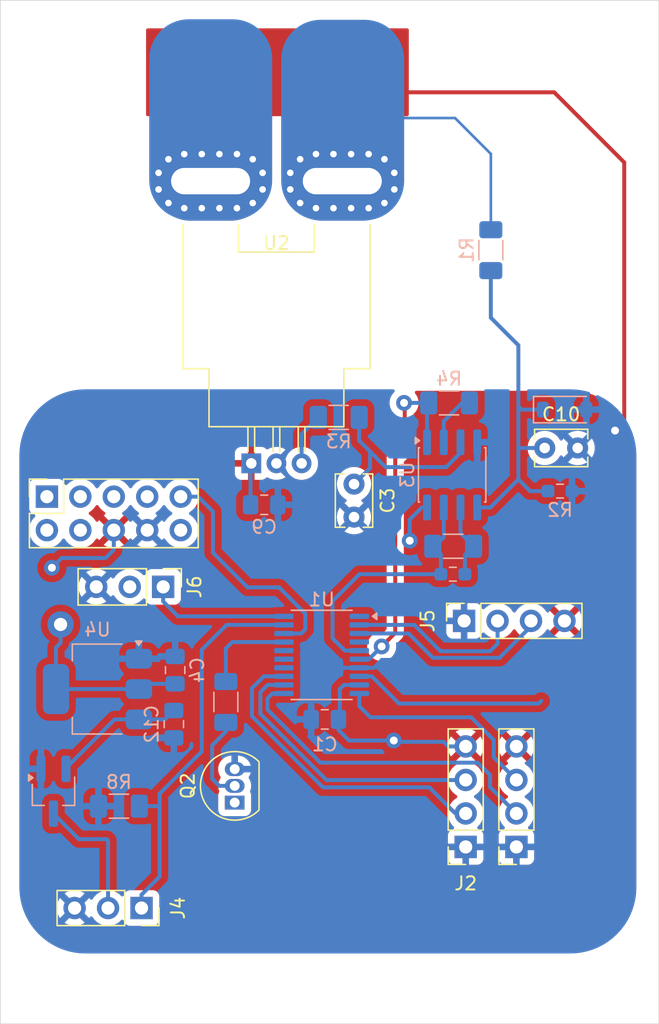
<source format=kicad_pcb>
(kicad_pcb (version 20241229) (generator "pcbnew") (generator_version "9.0")
  (layers (0 "F.Cu" signal) (2 "B.Cu" signal) (13 "F.Paste" user) (15 "B.Paste" user) (5 "F.SilkS" user "F.Silkscreen") (7 "B.SilkS" user "B.Silkscreen") (1 "F.Mask" user) (3 "B.Mask" user) (25 "Edge.Cuts" user))
  (net 0 "")
  (net 1 "unconnected-(J1-Pin_5-Pad5)")
  (net 3 "/SWCLK_linker")
  (net 4 "GND")
  (net 5 "/SWDIO_linker")
  (net 7 "/3V3_linker")
  (net 8 "/RX_linker")
  (net 9 "+5V")
  (net 10 "/TX_linker")
  (net 11 "/USART_TX")
  (net 13 "/USART_RX")
  (net 15 "/HX711_2_SCK")
  (net 16 "Net-(U3A-+)")
  (net 17 "/ADC_2")
  (net 18 "/HX711_1_DT")
  (net 19 "/HX711_1_SCK")
  (net 20 "/RPM_int")
  (net 21 "/ADC_1")
  (net 22 "/HX711_2_DT")
  (net 23 "/ESC_OUT")
  (net 24 "Net-(Q1-S)")
  (net 25 "/1_non_inverting")
  (net 26 "/IP+")
  (net 27 "/VIOUT")
  (net 28 "/IP-")
  (net 29 "/V_recep")
  (net 30 "/Throttle")
  (net 32 "/Error_Code")
  (net 33 "Net-(U3A--)")
  (net 34 "Net-(U3B--)")
  (net 35 "/I2C_SCL")
  (net 36 "/I2C_SDA")
  (net 38 "Net-(BZ1--)")
  (net 39 "Net-(Q2-B)")
  (footprint "Connector_PinSocket_2.54mm:PinSocket_1x04_P2.54mm_Vertical" (layer "F.Cu") (at 85.11 113.57 180)
    (property "Reference" "J3" (hide yes))
    (property "Value" "Tração")
    (fp_line (start 1.33 1.27) (end 1.33 8.95) (stroke (width 0.12)) (layer "F.SilkS"))
    (fp_line (start 1.33 -1.33) (end 1.33 0) (stroke (width 0.12)) (layer "F.SilkS"))
    (fp_line (start 0 -1.33) (end 1.33 -1.33) (stroke (width 0.12)) (layer "F.SilkS"))
    (fp_line (start -1.33 8.95) (end 1.33 8.95) (stroke (width 0.12)) (layer "F.SilkS"))
    (fp_line (start -1.33 1.27) (end 1.33 1.27) (stroke (width 0.12)) (layer "F.SilkS"))
    (fp_line (start -1.33 1.27) (end -1.33 8.95) (stroke (width 0.12)) (layer "F.SilkS"))
    (pad "1" thru_hole rect (at 0 0 180) (size 1.7 1.7) (drill 1) (layers "*.Cu" "*.Mask") (net 4 "GND"))
    (pad "2" thru_hole circle (at 0 2.54 180) (size 1.7 1.7) (drill 1) (layers "*.Cu" "*.Mask") (net 18 "/HX711_1_DT"))
    (pad "3" thru_hole circle (at 0 5.08 180) (size 1.7 1.7) (drill 1) (layers "*.Cu" "*.Mask") (net 19 "/HX711_1_SCK"))
    (pad "4" thru_hole circle (at 0 7.62 180) (size 1.7 1.7) (drill 1) (layers "*.Cu" "*.Mask") (net 9 "+5V"))
  )
  (footprint "Connector_PinHeader_2.54mm:PinHeader_1x03_P2.54mm_Vertical" (layer "F.Cu") (at 58.29 93.85 -90)
    (property "Reference" "J6" (at 0 -2.38 90) (layer "F.SilkS"))
    (property "Value" "ESC")
    (fp_line (start -1.38 6.46) (end 1.38 6.46) (stroke (width 0.12)) (layer "F.SilkS"))
    (fp_line (start -1.38 1.27) (end -1.38 6.46) (stroke (width 0.12)) (layer "F.SilkS"))
    (fp_line (start -1.38 1.27) (end 1.38 1.27) (stroke (width 0.12)) (layer "F.SilkS"))
    (fp_line (start 1.38 1.27) (end 1.38 6.46) (stroke (width 0.12)) (layer "F.SilkS"))
    (fp_line (start -1.38 0) (end -1.38 -1.38) (stroke (width 0.12)) (layer "F.SilkS"))
    (fp_line (start -1.38 -1.38) (end 0 -1.38) (stroke (width 0.12)) (layer "F.SilkS"))
    (pad "1" thru_hole rect (at 0 0 270) (size 1.7 1.7) (drill 1) (layers "*.Cu" "*.Mask") (net 23 "/ESC_OUT"))
    (pad "2" thru_hole circle (at 0 2.54 270) (size 1.7 1.7) (drill 1) (layers "*.Cu" "*.Mask"))
    (pad "3" thru_hole circle (at 0 5.08 270) (size 1.7 1.7) (drill 1) (layers "*.Cu" "*.Mask") (net 4 "GND"))
  )
  (footprint "Connector_PinSocket_2.54mm:PinSocket_1x03_P2.54mm_Vertical" (layer "F.Cu") (at 56.645 118.205 -90)
    (property "Reference" "J4" (at 0 -2.77 90) (layer "F.SilkS"))
    (property "Value" "ThrottleReceptor" (hide yes))
    (fp_line (start -1.33 6.41) (end 1.33 6.41) (stroke (width 0.12)) (layer "F.SilkS"))
    (fp_line (start -1.33 1.27) (end -1.33 6.41) (stroke (width 0.12)) (layer "F.SilkS"))
    (fp_line (start -1.33 1.27) (end 1.33 1.27) (stroke (width 0.12)) (layer "F.SilkS"))
    (fp_line (start 1.33 1.27) (end 1.33 6.41) (stroke (width 0.12)) (layer "F.SilkS"))
    (fp_line (start 0 -1.33) (end 1.33 -1.33) (stroke (width 0.12)) (layer "F.SilkS"))
    (fp_line (start 1.33 -1.33) (end 1.33 0) (stroke (width 0.12)) (layer "F.SilkS"))
    (pad "1" thru_hole rect (at 0 0 270) (size 1.7 1.7) (drill 1) (layers "*.Cu" "*.Mask") (net 30 "/Throttle"))
    (pad "2" thru_hole circle (at 0 2.54 270) (size 1.7 1.7) (drill 1) (layers "*.Cu" "*.Mask") (net 29 "/V_recep"))
    (pad "3" thru_hole circle (at 0 5.08 270) (size 1.7 1.7) (drill 1) (layers "*.Cu" "*.Mask") (net 4 "GND"))
  )
  (footprint "Sensor_Current:Allegro_CB_PFF" (layer "F.Cu") (at 64.98 84.485)
    (property "Reference" "U2" (at 1.91 -16.7 0) (layer "F.SilkS"))
    (property "Value" "ACS758xCB-100U-PFF")
    (fp_line (start -5.21 -7.18) (end -5.21 -18.1) (stroke (width 0.12)) (layer "F.SilkS"))
    (fp_line (start -3.21 -7.18) (end -5.21 -7.18) (stroke (width 0.12)) (layer "F.SilkS"))
    (fp_line (start -3.21 -2.78) (end -3.21 -7.18) (stroke (width 0.12)) (layer "F.SilkS"))
    (fp_line (start -0.97 -16.02) (end -0.97 -18.1) (stroke (width 0.12)) (layer "F.SilkS"))
    (fp_line (start -0.97 -16.02) (end 4.79 -16.02) (stroke (width 0.12)) (layer "F.SilkS"))
    (fp_line (start -0.255 -2.78) (end -0.255 -0.9) (stroke (width 0.12)) (layer "F.SilkS"))
    (fp_line (start 0.255 -2.78) (end 0.255 -0.9) (stroke (width 0.12)) (layer "F.SilkS"))
    (fp_line (start 1.655 -2.78) (end 1.655 -0.9) (stroke (width 0.12)) (layer "F.SilkS"))
    (fp_line (start 2.165 -2.78) (end 2.165 -0.9) (stroke (width 0.12)) (layer "F.SilkS"))
    (fp_line (start 3.565 -2.78) (end 3.565 -0.9) (stroke (width 0.12)) (layer "F.SilkS"))
    (fp_line (start 4.075 -2.78) (end 4.075 -0.9) (stroke (width 0.12)) (layer "F.SilkS"))
    (fp_line (start 4.79 -16.02) (end 4.79 -18.1) (stroke (width 0.12)) (layer "F.SilkS"))
    (fp_line (start 7.03 -7.18) (end 9.03 -7.18) (stroke (width 0.12)) (layer "F.SilkS"))
    (fp_line (start 7.03 -2.78) (end -3.21 -2.78) (stroke (width 0.12)) (layer "F.SilkS"))
    (fp_line (start 7.03 -2.78) (end 7.03 -7.18) (stroke (width 0.12)) (layer "F.SilkS"))
    (fp_line (start 9.03 -7.18) (end 9.03 -18.1) (stroke (width 0.12)) (layer "F.SilkS"))
    (pad "1" thru_hole rect (at 0 0) (size 1.5 1.5) (drill 0.8) (layers "*.Cu" "*.Mask") (net 9 "+5V"))
    (pad "2" thru_hole circle (at 1.91 0) (size 1.5 1.5) (drill 0.8) (layers "*.Cu" "*.Mask") (net 4 "GND"))
    (pad "3" thru_hole circle (at 3.82 0) (size 1.5 1.5) (drill 0.8) (layers "*.Cu" "*.Mask") (net 27 "/VIOUT"))
    (pad "4" thru_hole oval (at 2.96 -22.03 65) (size 0.8 0.8) (drill 0.5) (layers "*.Cu" "*.Mask") (net 26 "/IP+"))
    (pad "4" thru_hole oval (at 2.96 -20.77 295) (size 0.8 0.8) (drill 0.5) (layers "*.Cu" "*.Mask") (net 26 "/IP+"))
    (pad "4" thru_hole circle (at 3.71 -23.06) (size 0.8 0.8) (drill 0.5) (layers "*.Cu" "*.Mask") (net 26 "/IP+"))
    (pad "4" thru_hole circle (at 3.71 -19.74) (size 0.8 0.8) (drill 0.5) (layers "*.Cu" "*.Mask") (net 26 "/IP+"))
    (pad "4" thru_hole circle (at 4.91 -23.45) (size 0.8 0.8) (drill 0.5) (layers "*.Cu" "*.Mask") (net 26 "/IP+"))
    (pad "4" thru_hole circle (at 4.91 -19.35) (size 0.8 0.8) (drill 0.5) (layers "*.Cu" "*.Mask") (net 26 "/IP+"))
    (pad "4" thru_hole circle (at 6.24 -23.45) (size 0.8 0.8) (drill 0.5) (layers "*.Cu" "*.Mask") (net 26 "/IP+"))
    (pad "4" thru_hole circle (at 6.24 -19.35) (size 0.8 0.8) (drill 0.5) (layers "*.Cu" "*.Mask") (net 26 "/IP+"))
    (pad "4" thru_hole oval (at 6.91 -21.4) (size 9 6) (drill oval 6 2) (layers "*.Cu" "*.Mask") (net 26 "/IP+"))
    (pad "4" thru_hole circle (at 7.58 -23.45) (size 0.8 0.8) (drill 0.5) (layers "*.Cu" "*.Mask") (net 26 "/IP+"))
    (pad "4" thru_hole circle (at 7.58 -19.35) (size 0.8 0.8) (drill 0.5) (layers "*.Cu" "*.Mask") (net 26 "/IP+"))
    (pad "4" thru_hole circle (at 8.91 -23.45) (size 0.8 0.8) (drill 0.5) (layers "*.Cu" "*.Mask") (net 26 "/IP+"))
    (pad "4" thru_hole circle (at 8.91 -19.35) (size 0.8 0.8) (drill 0.5) (layers "*.Cu" "*.Mask") (net 26 "/IP+"))
    (pad "4" thru_hole circle (at 10.11 -23.06) (size 0.8 0.8) (drill 0.5) (layers "*.Cu" "*.Mask") (net 26 "/IP+"))
    (pad "4" thru_hole circle (at 10.11 -19.74) (size 0.8 0.8) (drill 0.5) (layers "*.Cu" "*.Mask") (net 26 "/IP+"))
    (pad "4" thru_hole circle (at 10.86 -22.03) (size 0.8 0.8) (drill 0.5) (layers "*.Cu" "*.Mask") (net 26 "/IP+"))
    (pad "4" thru_hole circle (at 10.86 -20.77) (size 0.8 0.8) (drill 0.5) (layers "*.Cu" "*.Mask") (net 26 "/IP+"))
    (pad "5" thru_hole circle (at -7.04 -22.03) (size 0.8 0.8) (drill 0.5) (layers "*.Cu" "*.Mask") (net 28 "/IP-"))
    (pad "5" thru_hole circle (at -7.04 -20.77) (size 0.8 0.8) (drill 0.5) (layers "*.Cu" "*.Mask") (net 28 "/IP-"))
    (pad "5" thru_hole circle (at -6.29 -23.06) (size 0.8 0.8) (drill 0.5) (layers "*.Cu" "*.Mask") (net 28 "/IP-"))
    (pad "5" thru_hole circle (at -6.29 -19.74) (size 0.8 0.8) (drill 0.5) (layers "*.Cu" "*.Mask") (net 28 "/IP-"))
    (pad "5" thru_hole circle (at -5.09 -23.45) (size 0.8 0.8) (drill 0.5) (layers "*.Cu" "*.Mask") (net 28 "/IP-"))
    (pad "5" thru_hole circle (at -5.09 -19.35) (size 0.8 0.8) (drill 0.5) (layers "*.Cu" "*.Mask") (net 28 "/IP-"))
    (pad "5" thru_hole circle (at -3.76 -23.45) (size 0.8 0.8) (drill 0.5) (layers "*.Cu" "*.Mask") (net 28 "/IP-"))
    (pad "5" thru_hole circle (at -3.76 -19.35) (size 0.8 0.8) (drill 0.5) (layers "*.Cu" "*.Mask") (net 28 "/IP-"))
    (pad "5" thru_hole oval (at -3.09 -21.4) (size 9 6) (drill oval 6 2) (layers "*.Cu" "*.Mask") (net 28 "/IP-"))
    (pad "5" thru_hole circle (at -2.42 -23.45) (size 0.8 0.8) (drill 0.5) (layers "*.Cu" "*.Mask") (net 28 "/IP-"))
    (pad "5" thru_hole circle (at -2.42 -19.35) (size 0.8 0.8) (drill 0.5) (layers "*.Cu" "*.Mask") (net 28 "/IP-"))
    (pad "5" thru_hole circle (at -1.09 -23.45) (size 0.8 0.8) (drill 0.5) (layers "*.Cu" "*.Mask") (net 28 "/IP-"))
    (pad "5" thru_hole circle (at -1.09 -19.35) (size 0.8 0.8) (drill 0.5) (layers "*.Cu" "*.Mask") (net 28 "/IP-"))
    (pad "5" thru_hole circle (at 0.11 -23.06) (size 0.8 0.8) (drill 0.5) (layers "*.Cu" "*.Mask") (net 28 "/IP-"))
    (pad "5" thru_hole circle (at 0.11 -19.74) (size 0.8 0.8) (drill 0.5) (layers "*.Cu" "*.Mask") (net 28 "/IP-"))
    (pad "5" thru_hole oval (at 0.86 -22.03 295) (size 0.8 0.8) (drill 0.5) (layers "*.Cu" "*.Mask") (net 28 "/IP-"))
    (pad "5" thru_hole oval (at 0.86 -20.77 65) (size 0.8 0.8) (drill 0.5) (layers "*.Cu" "*.Mask") (net 28 "/IP-"))
  )
  (footprint "MountingHole:MountingHole_2.2mm_M2" (layer "F.Cu") (at 92.81 122.45)
    (property "Reference" "REF**" (hide yes))
    (property "Value" "MountingHole_2.2mm_M2" (hide yes))
    (pad "" np_thru_hole circle (at 0 0) (size 2.2 2.2) (drill 2.2) (layers "*.Cu" "*.Mask"))
  )
  (footprint "Connector_PinSocket_2.54mm:PinSocket_2x05_P2.54mm_Vertical" (layer "F.Cu") (at 49.46 87.01 90)
    (property "Reference" "J1" (hide yes))
    (property "Value" "Conn_02x05_Counter_Clockwise")
    (fp_line (start 1.33 -1.33) (end 1.33 0) (stroke (width 0.12)) (layer "F.SilkS"))
    (fp_line (start 0 -1.33) (end 1.33 -1.33) (stroke (width 0.12)) (layer "F.SilkS"))
    (fp_line (start -1.27 -1.33) (end -1.27 1.27) (stroke (width 0.12)) (layer "F.SilkS"))
    (fp_line (start -3.87 -1.33) (end -1.27 -1.33) (stroke (width 0.12)) (layer "F.SilkS"))
    (fp_line (start -3.87 -1.33) (end -3.87 11.49) (stroke (width 0.12)) (layer "F.SilkS"))
    (fp_line (start 1.33 1.27) (end 1.33 11.49) (stroke (width 0.12)) (layer "F.SilkS"))
    (fp_line (start -1.27 1.27) (end 1.33 1.27) (stroke (width 0.12)) (layer "F.SilkS"))
    (fp_line (start -3.87 11.49) (end 1.33 11.49) (stroke (width 0.12)) (layer "F.SilkS"))
    (pad "1" thru_hole rect (at 0 0 90) (size 1.7 1.7) (drill 1) (layers "*.Cu" "*.Mask") (net 8 "/RX_linker"))
    (pad "2" thru_hole circle (at -2.54 0 90) (size 1.7 1.7) (drill 1) (layers "*.Cu" "*.Mask") (net 10 "/TX_linker"))
    (pad "3" thru_hole circle (at 0 2.54 90) (size 1.7 1.7) (drill 1) (layers "*.Cu" "*.Mask"))
    (pad "4" thru_hole circle (at -2.54 2.54 90) (size 1.7 1.7) (drill 1) (layers "*.Cu" "*.Mask"))
    (pad "5" thru_hole circle (at 0 5.08 90) (size 1.7 1.7) (drill 1) (layers "*.Cu" "*.Mask") (net 1 "unconnected-(J1-Pin_5-Pad5)"))
    (pad "6" thru_hole circle (at -2.54 5.08 90) (size 1.7 1.7) (drill 1) (layers "*.Cu" "*.Mask") (net 9 "+5V"))
    (pad "7" thru_hole circle (at 0 7.62 90) (size 1.7 1.7) (drill 1) (layers "*.Cu" "*.Mask") (net 7 "/3V3_linker"))
    (pad "8" thru_hole circle (at -2.54 7.62 90) (size 1.7 1.7) (drill 1) (layers "*.Cu" "*.Mask") (net 4 "GND"))
    (pad "9" thru_hole circle (at 0 10.16 90) (size 1.7 1.7) (drill 1) (layers "*.Cu" "*.Mask") (net 5 "/SWDIO_linker"))
    (pad "10" thru_hole circle (at -2.54 10.16 90) (size 1.7 1.7) (drill 1) (layers "*.Cu" "*.Mask") (net 3 "/SWCLK_linker"))
  )
  (footprint "Capacitor_THT:C_Disc_D3.8mm_W2.6mm_P2.50mm" (layer "F.Cu") (at 87.26 83.32)
    (property "Reference" "C10" (at 1.25 -2.55 0) (layer "F.SilkS"))
    (property "Value" "68nF")
    (fp_line (start -0.77 -1.42) (end 3.27 -1.42) (stroke (width 0.12)) (layer "F.SilkS"))
    (fp_line (start -0.77 -0.699) (end -0.77 -1.42) (stroke (width 0.12)) (layer "F.SilkS"))
    (fp_line (start -0.77 1.42) (end -0.77 0.699) (stroke (width 0.12)) (layer "F.SilkS"))
    (fp_line (start 3.27 -1.42) (end 3.27 -0.699) (stroke (width 0.12)) (layer "F.SilkS"))
    (fp_line (start 3.27 0.699) (end 3.27 1.42) (stroke (width 0.12)) (layer "F.SilkS"))
    (fp_line (start 3.27 1.42) (end -0.77 1.42) (stroke (width 0.12)) (layer "F.SilkS"))
    (pad "1" thru_hole circle (at 0 0) (size 1.6 1.6) (drill 0.8) (layers "*.Cu" "*.Mask") (net 25 "/1_non_inverting"))
    (pad "2" thru_hole circle (at 2.5 0) (size 1.6 1.6) (drill 0.8) (layers "*.Cu" "*.Mask") (net 4 "GND"))
  )
  (footprint "Capacitor_THT:C_Disc_D3.8mm_W2.6mm_P2.50mm" (layer "F.Cu") (at 72.78 86.06 -90)
    (property "Reference" "C3" (at 1.25 -2.55 90) (layer "F.SilkS"))
    (property "Value" "68nF")
    (fp_line (start -0.77 1.42) (end -0.77 0.699) (stroke (width 0.12)) (layer "F.SilkS"))
    (fp_line (start 3.27 1.42) (end -0.77 1.42) (stroke (width 0.12)) (layer "F.SilkS"))
    (fp_line (start 3.27 0.699) (end 3.27 1.42) (stroke (width 0.12)) (layer "F.SilkS"))
    (fp_line (start -0.77 -0.699) (end -0.77 -1.42) (stroke (width 0.12)) (layer "F.SilkS"))
    (fp_line (start -0.77 -1.42) (end 3.27 -1.42) (stroke (width 0.12)) (layer "F.SilkS"))
    (fp_line (start 3.27 -1.42) (end 3.27 -0.699) (stroke (width 0.12)) (layer "F.SilkS"))
    (pad "1" thru_hole circle (at 0 0 270) (size 1.6 1.6) (drill 0.8) (layers "*.Cu" "*.Mask") (net 16 "Net-(U3A-+)"))
    (pad "2" thru_hole circle (at 2.5 0 270) (size 1.6 1.6) (drill 0.8) (layers "*.Cu" "*.Mask") (net 4 "GND"))
  )
  (footprint "MountingHole:MountingHole_2.2mm_M2" (layer "F.Cu") (at 92.81 53.1)
    (property "Reference" "REF**" (hide yes))
    (property "Value" "MountingHole_2.2mm_M2" (hide yes))
    (pad "" np_thru_hole circle (at 0 0) (size 2.2 2.2) (drill 2.2) (layers "*.Cu" "*.Mask"))
  )
  (footprint "Connector_PinSocket_2.54mm:PinSocket_1x04_P2.54mm_Vertical" (layer "F.Cu") (at 81.14 96.43 90)
    (property "Reference" "J5" (at 0 -2.77 90) (layer "F.SilkS"))
    (property "Value" "USART_USB")
    (fp_line (start 1.33 -1.33) (end 1.33 0) (stroke (width 0.12)) (layer "F.SilkS"))
    (fp_line (start 0 -1.33) (end 1.33 -1.33) (stroke (width 0.12)) (layer "F.SilkS"))
    (fp_line (start 1.33 1.27) (end 1.33 8.95) (stroke (width 0.12)) (layer "F.SilkS"))
    (fp_line (start -1.33 1.27) (end 1.33 1.27) (stroke (width 0.12)) (layer "F.SilkS"))
    (fp_line (start -1.33 1.27) (end -1.33 8.95) (stroke (width 0.12)) (layer "F.SilkS"))
    (fp_line (start -1.33 8.95) (end 1.33 8.95) (stroke (width 0.12)) (layer "F.SilkS"))
    (pad "1" thru_hole rect (at 0 0 90) (size 1.7 1.7) (drill 1) (layers "*.Cu" "*.Mask") (net 4 "GND"))
    (pad "2" thru_hole circle (at 0 2.54 90) (size 1.7 1.7) (drill 1) (layers "*.Cu" "*.Mask") (net 11 "/USART_TX"))
    (pad "3" thru_hole circle (at 0 5.08 90) (size 1.7 1.7) (drill 1) (layers "*.Cu" "*.Mask") (net 13 "/USART_RX"))
    (pad "4" thru_hole circle (at 0 7.62 90) (size 1.7 1.7) (drill 1) (layers "*.Cu" "*.Mask") (net 9 "+5V"))
  )
  (footprint "Connector_PinSocket_2.54mm:PinSocket_1x04_P2.54mm_Vertical" (layer "F.Cu") (at 81.26 113.57 180)
    (property "Reference" "J2" (at 0 -2.77 0) (layer "F.SilkS"))
    (property "Value" "Torque")
    (fp_line (start 1.33 1.27) (end 1.33 8.95) (stroke (width 0.12)) (layer "F.SilkS"))
    (fp_line (start 1.33 -1.33) (end 1.33 0) (stroke (width 0.12)) (layer "F.SilkS"))
    (fp_line (start 0 -1.33) (end 1.33 -1.33) (stroke (width 0.12)) (layer "F.SilkS"))
    (fp_line (start -1.33 8.95) (end 1.33 8.95) (stroke (width 0.12)) (layer "F.SilkS"))
    (fp_line (start -1.33 1.27) (end 1.33 1.27) (stroke (width 0.12)) (layer "F.SilkS"))
    (fp_line (start -1.33 1.27) (end -1.33 8.95) (stroke (width 0.12)) (layer "F.SilkS"))
    (pad "1" thru_hole rect (at 0 0 180) (size 1.7 1.7) (drill 1) (layers "*.Cu" "*.Mask") (net 4 "GND"))
    (pad "2" thru_hole circle (at 0 2.54 180) (size 1.7 1.7) (drill 1) (layers "*.Cu" "*.Mask") (net 22 "/HX711_2_DT"))
    (pad "3" thru_hole circle (at 0 5.08 180) (size 1.7 1.7) (drill 1) (layers "*.Cu" "*.Mask") (net 15 "/HX711_2_SCK"))
    (pad "4" thru_hole circle (at 0 7.62 180) (size 1.7 1.7) (drill 1) (layers "*.Cu" "*.Mask") (net 9 "+5V"))
  )
  (footprint "MountingHole:MountingHole_2.2mm_M2" (layer "F.Cu") (at 50.13 122.85)
    (property "Reference" "REF**" (hide yes))
    (property "Value" "MountingHole_2.2mm_M2" (hide yes))
    (pad "" np_thru_hole circle (at 0 0) (size 2.2 2.2) (drill 2.2) (layers "*.Cu" "*.Mask"))
  )
  (footprint "MountingHole:MountingHole_2.2mm_M2" (layer "F.Cu") (at 50.13 53.26)
    (property "Reference" "REF**" (hide yes))
    (property "Value" "MountingHole_2.2mm_M2" (hide yes))
    (pad "" np_thru_hole circle (at 0 0) (size 2.2 2.2) (drill 2.2) (layers "*.Cu" "*.Mask"))
  )
  (footprint "Package_TO_SOT_THT:TO-92_Inline" (layer "F.Cu") (at 63.72 110.21 90)
    (property "Reference" "Q2" (at 1.27 -3.56 90) (layer "F.SilkS"))
    (property "Value" "BC547")
    (fp_line (start -0.53 1.85) (end 3.07 1.85) (stroke (width 0.12)) (layer "F.SilkS"))
    (fp_arc (start 1.27 -2.6) (mid 3.672087 -0.994977) (end 3.108478 1.838478) (stroke (width 0.12)) (layer "F.SilkS"))
    (fp_arc (start -0.568478 1.838478) (mid -1.132087 -0.994977) (end 1.27 -2.6) (stroke (width 0.12)) (layer "F.SilkS"))
    (pad "1" thru_hole rect (at 0 0 90) (size 1.05 1.5) (drill 0.75) (layers "*.Cu" "*.Mask") (net 38 "Net-(BZ1--)"))
    (pad "2" thru_hole oval (at 1.27 0 90) (size 1.05 1.5) (drill 0.75) (layers "*.Cu" "*.Mask") (net 39 "Net-(Q2-B)"))
    (pad "3" thru_hole oval (at 2.54 0 90) (size 1.05 1.5) (drill 0.75) (layers "*.Cu" "*.Mask") (net 4 "GND"))
  )
  (footprint "Package_TO_SOT_SMD:SOT-223-3_TabPin2" (layer "B.Cu") (at 53.3 101.6 180)
    (property "Reference" "U4" (at 0 4.5 0) (layer "B.SilkS") (effects (justify mirror)))
    (property "Value" "AMS1117-5.0")
    (fp_line (start 1.91 3.41) (end 1.91 2.15) (stroke (width 0.12)) (layer "B.SilkS"))
    (fp_line (start 1.91 -3.41) (end 1.91 -2.15) (stroke (width 0.12)) (layer "B.SilkS"))
    (fp_line (start -1.85 3.41) (end 1.91 3.41) (stroke (width 0.12)) (layer "B.SilkS"))
    (fp_line (start -1.85 -3.41) (end 1.91 -3.41) (stroke (width 0.12)) (layer "B.SilkS"))
    (fp_poly (pts (xy -3.13 3.31) (xy -3.37 3.64) (xy -2.89 3.64) (xy -3.13 3.31)) (stroke (width 0.12)) (fill yes) (layer "B.SilkS"))
    (pad "1" smd roundrect (at -3.15 2.3 180) (size 2 1.5) (layers "B.Cu" "B.Mask" "B.Paste") (net 4 "GND"))
    (pad "2" smd roundrect (at -3.15 0 180) (size 2 1.5) (layers "B.Cu" "B.Mask" "B.Paste") (net 9 "+5V"))
    (pad "2" smd roundrect (at 3.15 0 180) (size 2 3.8) (layers "B.Cu" "B.Mask" "B.Paste") (net 9 "+5V"))
    (pad "3" smd roundrect (at -3.15 -2.3 180) (size 2 1.5) (layers "B.Cu" "B.Mask" "B.Paste") (net 24 "Net-(Q1-S)"))
  )
  (footprint "Resistor_SMD:R_1206_3216Metric_Pad1.30x1.75mm_HandSolder" (layer "B.Cu") (at 54.93 110.48 180)
    (property "Reference" "R8" (at 0 1.83 0) (layer "B.SilkS") (effects (justify mirror)))
    (property "Value" "10k")
    (fp_line (start -0.727064 0.91) (end 0.727064 0.91) (stroke (width 0.12)) (layer "B.SilkS"))
    (fp_line (start -0.727064 -0.91) (end 0.727064 -0.91) (stroke (width 0.12)) (layer "B.SilkS"))
    (pad "1" smd roundrect (at -1.55 0 180) (size 1.3 1.75) (layers "B.Cu" "B.Mask" "B.Paste") (roundrect_rratio 0.192308) (net 30 "/Throttle"))
    (pad "2" smd roundrect (at 1.55 0 180) (size 1.3 1.75) (layers "B.Cu" "B.Mask" "B.Paste") (roundrect_rratio 0.192308) (net 4 "GND"))
  )
  (footprint "Capacitor_SMD:C_0805_2012Metric_Pad1.18x1.45mm_HandSolder" (layer "B.Cu") (at 65.96 87.63)
    (property "Reference" "C9" (at 0 1.68 0) (layer "B.SilkS") (effects (justify mirror)))
    (property "Value" "100n")
    (fp_line (start -0.261252 -0.735) (end 0.261252 -0.735) (stroke (width 0.12)) (layer "B.SilkS"))
    (fp_line (start -0.261252 0.735) (end 0.261252 0.735) (stroke (width 0.12)) (layer "B.SilkS"))
    (pad "1" smd roundrect (at -1.0375 0) (size 1.175 1.45) (layers "B.Cu" "B.Mask" "B.Paste") (roundrect_rratio 0.212766) (net 9 "+5V"))
    (pad "2" smd roundrect (at 1.0375 0) (size 1.175 1.45) (layers "B.Cu" "B.Mask" "B.Paste") (roundrect_rratio 0.212766) (net 4 "GND"))
  )
  (footprint "Resistor_SMD:R_1206_3216Metric_Pad1.30x1.75mm_HandSolder" (layer "B.Cu") (at 80.31 90.77)
    (property "Reference" "R5" (hide yes))
    (property "Value" "10k" (hide yes))
    (fp_line (start -0.727064 -0.91) (end 0.727064 -0.91) (stroke (width 0.12)) (layer "B.SilkS"))
    (fp_line (start -0.727064 0.91) (end 0.727064 0.91) (stroke (width 0.12)) (layer "B.SilkS"))
    (pad "1" smd roundrect (at -1.55 0) (size 1.3 1.75) (layers "B.Cu" "B.Mask" "B.Paste") (roundrect_rratio 0.192308) (net 21 "/ADC_1"))
    (pad "2" smd roundrect (at 1.55 0) (size 1.3 1.75) (layers "B.Cu" "B.Mask" "B.Paste") (roundrect_rratio 0.192308) (net 34 "Net-(U3B--)"))
  )
  (footprint "Resistor_SMD:R_1206_3216Metric_Pad1.30x1.75mm_HandSolder" (layer "B.Cu") (at 71.62 81)
    (property "Reference" "R3" (at 0 1.83 0) (layer "B.SilkS") (effects (justify mirror)))
    (property "Value" "120")
    (fp_line (start -0.727064 -0.91) (end 0.727064 -0.91) (stroke (width 0.12)) (layer "B.SilkS"))
    (fp_line (start -0.727064 0.91) (end 0.727064 0.91) (stroke (width 0.12)) (layer "B.SilkS"))
    (pad "1" smd roundrect (at -1.55 0) (size 1.3 1.75) (layers "B.Cu" "B.Mask" "B.Paste") (roundrect_rratio 0.192308) (net 27 "/VIOUT"))
    (pad "2" smd roundrect (at 1.55 0) (size 1.3 1.75) (layers "B.Cu" "B.Mask" "B.Paste") (roundrect_rratio 0.192308) (net 16 "Net-(U3A-+)"))
  )
  (footprint "Resistor_SMD:R_0603_1608Metric_Pad0.98x0.95mm_HandSolder" (layer "B.Cu") (at 80.2875 92.89 180)
    (property "Reference" "R7" (hide yes))
    (property "Value" "2k" (hide yes))
    (fp_line (start -0.254724 0.5225) (end 0.254724 0.5225) (stroke (width 0.12)) (layer "B.SilkS"))
    (fp_line (start -0.254724 -0.5225) (end 0.254724 -0.5225) (stroke (width 0.12)) (layer "B.SilkS"))
    (pad "1" smd roundrect (at -0.9125 0 180) (size 0.975 0.95) (layers "B.Cu" "B.Mask" "B.Paste") (net 34 "Net-(U3B--)"))
    (pad "2" smd roundrect (at 0.9125 0 180) (size 0.975 0.95) (layers "B.Cu" "B.Mask" "B.Paste") (net 21 "/ADC_1"))
  )
  (footprint "Resistor_SMD:R_1206_3216Metric_Pad1.30x1.75mm_HandSolder" (layer "B.Cu") (at 83.17 68.32 -90)
    (property "Reference" "R1" (at 0 1.83 90) (layer "B.SilkS") (effects (justify mirror)))
    (property "Value" "10k")
    (fp_line (start -0.727064 0.91) (end 0.727064 0.91) (stroke (width 0.12)) (layer "B.SilkS"))
    (fp_line (start -0.727064 -0.91) (end 0.727064 -0.91) (stroke (width 0.12)) (layer "B.SilkS"))
    (pad "1" smd roundrect (at -1.55 0 270) (size 1.3 1.75) (layers "B.Cu" "B.Mask" "B.Paste") (roundrect_rratio 0.192308) (net 26 "/IP+"))
    (pad "2" smd roundrect (at 1.55 0 270) (size 1.3 1.75) (layers "B.Cu" "B.Mask" "B.Paste") (roundrect_rratio 0.192308) (net 25 "/1_non_inverting"))
  )
  (footprint "Package_SO:SOIC-8_3.9x4.9mm_P1.27mm" (layer "B.Cu") (at 80.23 85.36 -90)
    (property "Reference" "U3" (at 0 3.4 90) (layer "B.SilkS") (effects (justify mirror)))
    (property "Value" "LM358")
    (fp_line (start -2.06 2.56) (end 2.06 2.56) (stroke (width 0.12)) (layer "B.SilkS"))
    (fp_line (start 2.06 2.56) (end 2.06 2.465) (stroke (width 0.12)) (layer "B.SilkS"))
    (fp_line (start -2.06 2.465) (end -2.06 2.56) (stroke (width 0.12)) (layer "B.SilkS"))
    (fp_line (start 2.06 -2.465) (end 2.06 -2.56) (stroke (width 0.12)) (layer "B.SilkS"))
    (fp_line (start -2.06 -2.56) (end -2.06 -2.465) (stroke (width 0.12)) (layer "B.SilkS"))
    (fp_line (start 2.06 -2.56) (end -2.06 -2.56) (stroke (width 0.12)) (layer "B.SilkS"))
    (fp_poly (pts (xy -2.6 2.47) (xy -2.84 2.8) (xy -2.36 2.8)) (stroke (width 0.12)) (fill yes) (layer "B.SilkS"))
    (pad "1" smd roundrect (at -2.475 1.905 270) (size 1.95 0.6) (layers "B.Cu" "B.Mask" "B.Paste") (net 17 "/ADC_2"))
    (pad "2" smd roundrect (at -2.475 0.635 270) (size 1.95 0.6) (layers "B.Cu" "B.Mask" "B.Paste") (net 33 "Net-(U3A--)"))
    (pad "3" smd roundrect (at -2.475 -0.635 270) (size 1.95 0.6) (layers "B.Cu" "B.Mask" "B.Paste") (net 16 "Net-(U3A-+)"))
    (pad "4" smd roundrect (at -2.475 -1.905 270) (size 1.95 0.6) (layers "B.Cu" "B.Mask" "B.Paste") (net 4 "GND"))
    (pad "5" smd roundrect (at 2.475 -1.905 270) (size 1.95 0.6) (layers "B.Cu" "B.Mask" "B.Paste") (net 25 "/1_non_inverting"))
    (pad "6" smd roundrect (at 2.475 -0.635 270) (size 1.95 0.6) (layers "B.Cu" "B.Mask" "B.Paste") (net 34 "Net-(U3B--)"))
    (pad "7" smd roundrect (at 2.475 0.635 270) (size 1.95 0.6) (layers "B.Cu" "B.Mask" "B.Paste") (net 21 "/ADC_1"))
    (pad "8" smd roundrect (at 2.475 1.905 270) (size 1.95 0.6) (layers "B.Cu" "B.Mask" "B.Paste") (net 9 "+5V"))
  )
  (footprint "Capacitor_SMD:C_0805_2012Metric_Pad1.18x1.45mm_HandSolder" (layer "B.Cu") (at 59.2 100.1625 90)
    (property "Reference" "C4" (at 0 1.68 90) (layer "B.SilkS") (effects (justify mirror)))
    (property "Value" "0.1u")
    (fp_line (start -0.261252 -0.735) (end 0.261252 -0.735) (stroke (width 0.12)) (layer "B.SilkS"))
    (fp_line (start -0.261252 0.735) (end 0.261252 0.735) (stroke (width 0.12)) (layer "B.SilkS"))
    (pad "1" smd roundrect (at -1.0375 0 90) (size 1.175 1.45) (layers "B.Cu" "B.Mask" "B.Paste") (roundrect_rratio 0.212766) (net 9 "+5V"))
    (pad "2" smd roundrect (at 1.0375 0 90) (size 1.175 1.45) (layers "B.Cu" "B.Mask" "B.Paste") (roundrect_rratio 0.212766) (net 4 "GND"))
  )
  (footprint "Library:sot32" (layer "B.Cu") (at 50.7 109.4 -90)
    (property "Reference" "Q1" (hide yes))
    (property "Value" "AO3401" (hide yes))
    (fp_line (start -0.575 2.35) (end 1.025 2.35) (stroke (width 0.12)) (layer "B.SilkS"))
    (fp_line (start 1.025 2.34) (end 1.025 1.44) (stroke (width 0.12)) (layer "B.SilkS"))
    (fp_line (start 1.025 0.04) (end 1.025 -0.87) (stroke (width 0.12)) (layer "B.SilkS"))
    (fp_line (start -1.125 -0.87) (end 1.025 -0.87) (stroke (width 0.12)) (layer "B.SilkS"))
    (fp_poly (pts (xy -1.075 2.3) (xy -1.315 2.63) (xy -0.835 2.63) (xy -1.075 2.3)) (stroke (width 0.12)) (fill yes) (layer "B.SilkS"))
    (pad "1" smd roundrect (at 1.65 0.74 270) (size 2 0.7) (layers "B.Cu" "B.Mask" "B.Paste") (net 29 "/V_recep"))
    (pad "2" smd roundrect (at -1.75 1.69 270) (size 2 0.7) (layers "B.Cu" "B.Mask" "B.Paste") (net 4 "GND"))
    (pad "3" smd roundrect (at -1.75 -0.21 270) (size 2 0.7) (layers "B.Cu" "B.Mask" "B.Paste") (net 24 "Net-(Q1-S)"))
  )
  (footprint "Package_SO:TSSOP-20_4.4x6.5mm_P0.65mm" (layer "B.Cu") (at 70.32 99.01 180)
    (property "Reference" "U1" (at 0 4.2 0) (layer "B.SilkS") (effects (justify mirror)))
    (property "Value" "CH32V003FxPx")
    (fp_line (start 2.31 -3.385) (end -2.31 -3.385) (stroke (width 0.12)) (layer "B.SilkS"))
    (fp_line (start -2.31 3.385) (end 2.31 3.385) (stroke (width 0.12)) (layer "B.SilkS"))
    (fp_poly (pts (xy -3.86 2.93) (xy -4.19 2.69) (xy -4.19 3.17)) (stroke (width 0.12)) (fill yes) (layer "B.SilkS"))
    (pad "1" smd roundrect (at -2.8625 2.925 180) (size 1.475 0.4) (layers "B.Cu" "B.Mask" "B.Paste"))
    (pad "2" smd roundrect (at -2.8625 2.275 180) (size 1.475 0.4) (layers "B.Cu" "B.Mask" "B.Paste") (net 11 "/USART_TX"))
    (pad "3" smd roundrect (at -2.8625 1.625 180) (size 1.475 0.4) (layers "B.Cu" "B.Mask" "B.Paste") (net 13 "/USART_RX"))
    (pad "4" smd roundrect (at -2.8625 0.975 180) (size 1.475 0.4) (layers "B.Cu" "B.Mask" "B.Paste"))
    (pad "5" smd roundrect (at -2.8625 0.325 180) (size 1.475 0.4) (layers "B.Cu" "B.Mask" "B.Paste") (net 21 "/ADC_1"))
    (pad "6" smd roundrect (at -2.8625 -0.325 180) (size 1.475 0.4) (layers "B.Cu" "B.Mask" "B.Paste") (net 17 "/ADC_2"))
    (pad "7" smd roundrect (at -2.8625 -0.975 180) (size 1.475 0.4) (layers "B.Cu" "B.Mask" "B.Paste") (net 4 "GND"))
    (pad "8" smd roundrect (at -2.8625 -1.625 180) (size 1.475 0.4) (layers "B.Cu" "B.Mask" "B.Paste") (net 20 "/RPM_int"))
    (pad "9" smd roundrect (at -2.8625 -2.275 180) (size 1.475 0.4) (layers "B.Cu" "B.Mask" "B.Paste") (net 9 "+5V"))
    (pad "10" smd roundrect (at -2.8625 -2.925 180) (size 1.475 0.4) (layers "B.Cu" "B.Mask" "B.Paste") (net 19 "/HX711_1_SCK"))
    (pad "11" smd roundrect (at 2.8625 -2.925 180) (size 1.475 0.4) (layers "B.Cu" "B.Mask" "B.Paste") (net 18 "/HX711_1_DT"))
    (pad "12" smd roundrect (at 2.8625 -2.275 180) (size 1.475 0.4) (layers "B.Cu" "B.Mask" "B.Paste") (net 15 "/HX711_2_SCK"))
    (pad "13" smd roundrect (at 2.8625 -1.625 180) (size 1.475 0.4) (layers "B.Cu" "B.Mask" "B.Paste") (net 22 "/HX711_2_DT"))
    (pad "14" smd roundrect (at 2.8625 -0.975 180) (size 1.475 0.4) (layers "B.Cu" "B.Mask" "B.Paste"))
    (pad "15" smd roundrect (at 2.8625 -0.325 180) (size 1.475 0.4) (layers "B.Cu" "B.Mask" "B.Paste") (net 36 "/I2C_SDA"))
    (pad "16" smd roundrect (at 2.8625 0.325 180) (size 1.475 0.4) (layers "B.Cu" "B.Mask" "B.Paste") (net 35 "/I2C_SCL"))
    (pad "17" smd roundrect (at 2.8625 0.975 180) (size 1.475 0.4) (layers "B.Cu" "B.Mask" "B.Paste") (net 32 "/Error_Code"))
    (pad "18" smd roundrect (at 2.8625 1.625 180) (size 1.475 0.4) (layers "B.Cu" "B.Mask" "B.Paste") (net 5 "/SWDIO_linker"))
    (pad "19" smd roundrect (at 2.8625 2.275 180) (size 1.475 0.4) (layers "B.Cu" "B.Mask" "B.Paste") (net 30 "/Throttle"))
    (pad "20" smd roundrect (at 2.8625 2.925 180) (size 1.475 0.4) (layers "B.Cu" "B.Mask" "B.Paste") (net 23 "/ESC_OUT"))
  )
  (footprint "Diode_SMD:D_SOD-123" (layer "B.Cu") (at 88.77 80.41)
    (property "Reference" "D3" (hide yes))
    (property "Value" "1N4148W")
    (fp_line (start -2.36 -1) (end 1.65 -1) (stroke (width 0.12)) (layer "B.SilkS"))
    (fp_line (start -2.36 1) (end -2.36 -1) (stroke (width 0.12)) (layer "B.SilkS"))
    (fp_line (start -2.36 1) (end 1.65 1) (stroke (width 0.12)) (layer "B.SilkS"))
    (pad "1" smd roundrect (at -1.65 0) (size 0.9 1.2) (layers "B.Cu" "B.Mask" "B.Paste") (net 25 "/1_non_inverting"))
    (pad "2" smd roundrect (at 1.65 0) (size 0.9 1.2) (layers "B.Cu" "B.Mask" "B.Paste") (net 4 "GND"))
  )
  (footprint "Resistor_SMD:R_1206_3216Metric_Pad1.30x1.75mm_HandSolder" (layer "B.Cu") (at 80 79.9 180)
    (property "Reference" "R4" (at 0 1.83 0) (layer "B.SilkS") (effects (justify mirror)))
    (property "Value" "120")
    (fp_line (start -0.727064 0.91) (end 0.727064 0.91) (stroke (width 0.12)) (layer "B.SilkS"))
    (fp_line (start -0.727064 -0.91) (end 0.727064 -0.91) (stroke (width 0.12)) (layer "B.SilkS"))
    (pad "1" smd roundrect (at -1.55 0 180) (size 1.3 1.75) (layers "B.Cu" "B.Mask" "B.Paste") (roundrect_rratio 0.192308) (net 33 "Net-(U3A--)"))
    (pad "2" smd roundrect (at 1.55 0 180) (size 1.3 1.75) (layers "B.Cu" "B.Mask" "B.Paste") (roundrect_rratio 0.192308) (net 17 "/ADC_2"))
  )
  (footprint "Capacitor_SMD:C_0805_2012Metric_Pad1.18x1.45mm_HandSolder" (layer "B.Cu") (at 59.1 104.2625 -90)
    (property "Reference" "C12" (at 0 1.68 90) (layer "B.SilkS") (effects (justify mirror)))
    (property "Value" "0.1u")
    (fp_line (start -0.261252 0.735) (end 0.261252 0.735) (stroke (width 0.12)) (layer "B.SilkS"))
    (fp_line (start -0.261252 -0.735) (end 0.261252 -0.735) (stroke (width 0.12)) (layer "B.SilkS"))
    (pad "1" smd roundrect (at -1.0375 0 270) (size 1.175 1.45) (layers "B.Cu" "B.Mask" "B.Paste") (roundrect_rratio 0.212766) (net 24 "Net-(Q1-S)"))
    (pad "2" smd roundrect (at 1.0375 0 270) (size 1.175 1.45) (layers "B.Cu" "B.Mask" "B.Paste") (roundrect_rratio 0.212766) (net 4 "GND"))
  )
  (footprint "Resistor_SMD:R_0603_1608Metric_Pad0.98x0.95mm_HandSolder" (layer "B.Cu") (at 88.4225 86.59)
    (property "Reference" "R2" (at 0 1.43 0) (layer "B.SilkS") (effects (justify mirror)))
    (property "Value" "2k")
    (fp_line (start -0.254724 -0.5225) (end 0.254724 -0.5225) (stroke (width 0.12)) (layer "B.SilkS"))
    (fp_line (start -0.254724 0.5225) (end 0.254724 0.5225) (stroke (width 0.12)) (layer "B.SilkS"))
    (pad "1" smd roundrect (at -0.9125 0) (size 0.975 0.95) (layers "B.Cu" "B.Mask" "B.Paste") (net 25 "/1_non_inverting"))
    (pad "2" smd roundrect (at 0.9125 0) (size 0.975 0.95) (layers "B.Cu" "B.Mask" "B.Paste") (net 4 "GND"))
  )
  (footprint "Resistor_SMD:R_1206_3216Metric_Pad1.30x1.75mm_HandSolder" (layer "B.Cu") (at 63.05 102.58 -90)
    (property "Reference" "R6" (hide yes))
    (property "Value" "1k")
    (fp_line (start -0.727064 0.91) (end 0.727064 0.91) (stroke (width 0.12)) (layer "B.SilkS"))
    (fp_line (start -0.727064 -0.91) (end 0.727064 -0.91) (stroke (width 0.12)) (layer "B.SilkS"))
    (pad "1" smd roundrect (at -1.55 0 270) (size 1.3 1.75) (layers "B.Cu" "B.Mask" "B.Paste") (roundrect_rratio 0.192308) (net 32 "/Error_Code"))
    (pad "2" smd roundrect (at 1.55 0 270) (size 1.3 1.75) (layers "B.Cu" "B.Mask" "B.Paste") (roundrect_rratio 0.192308) (net 39 "Net-(Q2-B)"))
  )
  (footprint "Capacitor_SMD:C_0805_2012Metric_Pad1.18x1.45mm_HandSolder" (layer "B.Cu") (at 70.5625 103.9 180)
    (property "Reference" "C1" (at 0 -1.9 0) (layer "B.SilkS") (effects (justify mirror)))
    (property "Value" "100n")
    (fp_line (start -0.261252 0.735) (end 0.261252 0.735) (stroke (width 0.12)) (layer "B.SilkS"))
    (fp_line (start -0.261252 -0.735) (end 0.261252 -0.735) (stroke (width 0.12)) (layer "B.SilkS"))
    (pad "1" smd roundrect (at -1.0375 0 180) (size 1.175 1.45) (layers "B.Cu" "B.Mask" "B.Paste") (roundrect_rratio 0.212766) (net 9 "+5V"))
    (pad "2" smd roundrect (at 1.0375 0 180) (size 1.175 1.45) (layers "B.Cu" "B.Mask" "B.Paste") (roundrect_rratio 0.212766) (net 4 "GND"))
  )
  (gr_rect (start 45.925 49.375) (end 95.925 126.985) (stroke (width 0.05)) (fill no) (layer "Edge.Cuts"))
  (segment (start 54.53 86.95) (end 54.49 86.91) (width 0.3) (layer "B.Cu") (net 1))
  (segment (start 92.6 82) (end 93.3 81.3) (width 0.3) (layer "F.Cu") (net 4))
  (segment (start 93.3 81.3) (end 93.3 61.67) (width 0.3) (layer "F.Cu") (net 4))
  (segment (start 87.98 56.35) (end 74.45 56.35) (width 0.3) (layer "F.Cu") (net 4))
  (segment (start 93.3 61.67) (end 87.98 56.35) (width 0.3) (layer "F.Cu") (net 4))
  (via (at 92.6 82) (size 1.2) (drill 0.6) (layers "F.Cu" "B.Cu") (net 4))
  (segment (start 73.1825 99.985) (end 74.295 99.985) (width 0.3) (layer "B.Cu") (net 4))
  (segment (start 73.1825 99.985) (end 71.515 99.985) (width 0.3) (layer "B.Cu") (net 4))
  (segment (start 71.515 99.985) (end 71.2 100.3) (width 0.3) (layer "B.Cu") (net 4))
  (segment (start 74.89 99.39) (end 75.85 99.39) (width 0.3) (layer "B.Cu") (net 4))
  (segment (start 75.85 99.39) (end 76.23 99.01) (width 0.3) (layer "B.Cu") (net 4))
  (segment (start 74.295 99.985) (end 74.89 99.39) (width 0.3) (layer "B.Cu") (net 4))
  (segment (start 67.09 93.89) (end 64.7 93.89) (width 0.3) (layer "B.Cu") (net 5))
  (segment (start 62.07 91.26) (end 62.07 88.14) (width 0.3) (layer "B.Cu") (net 5))
  (segment (start 67.4575 97.385) (end 68.765 97.385) (width 0.3) (layer "B.Cu") (net 5))
  (segment (start 62.07 88.14) (end 60.94 87.01) (width 0.3) (layer "B.Cu") (net 5))
  (segment (start 69.08 95.88) (end 67.09 93.89) (width 0.3) (layer "B.Cu") (net 5))
  (segment (start 68.765 97.385) (end 69.08 97.07) (width 0.3) (layer "B.Cu") (net 5))
  (segment (start 64.7 93.89) (end 62.07 91.26) (width 0.3) (layer "B.Cu") (net 5))
  (segment (start 60.94 87.01) (end 59.62 87.01) (width 0.3) (layer "B.Cu") (net 5))
  (segment (start 69.08 97.07) (end 69.08 95.88) (width 0.3) (layer "B.Cu") (net 5))
  (segment (start 57.09 86.93) (end 57.07 86.95) (width 0.3) (layer "B.Cu") (net 7))
  (segment (start 88.64 96.55) (end 88.76 96.43) (width 0.3) (layer "F.Cu") (net 9))
  (via (at 77.01 90.35) (size 1.2) (drill 0.6) (layers "F.Cu" "B.Cu") (net 9))
  (via (at 50.5 96.7) (size 2) (drill 1) (layers "F.Cu" "B.Cu") (net 9))
  (via (at 49.84 92.4) (size 1.2) (drill 0.6) (layers "F.Cu" "B.Cu") (net 9))
  (via (at 75.8 105.5) (size 1.2) (drill 0.6) (layers "F.Cu" "B.Cu") (net 9))
  (segment (start 73.1825 101.285) (end 72.015 101.285) (width 0.3) (layer "B.Cu") (net 9))
  (segment (start 75.8 105.5) (end 72.4 105.5) (width 0.3) (layer "B.Cu") (net 9))
  (segment (start 81.26 105.95) (end 79.95 105.95) (width 0.3) (layer "B.Cu") (net 9))
  (segment (start 77.01 90.35) (end 77.01 88.75) (width 0.3) (layer "B.Cu") (net 9))
  (segment (start 56.45 101.6) (end 50.15 101.6) (width 0.3) (layer "B.Cu") (net 9))
  (segment (start 77.925 87.835) (end 78.325 87.835) (width 0.3) (layer "B.Cu") (net 9))
  (segment (start 50.58 91.66) (end 49.84 92.4) (width 0.3) (layer "B.Cu") (net 9))
  (segment (start 50.5 96.7) (end 50.5 98.1) (width 0.3) (layer "B.Cu") (net 9))
  (segment (start 71.6 104.7) (end 71.6 103.9) (width 0.3) (layer "B.Cu") (net 9))
  (segment (start 89 96.19) (end 88.76 96.43) (width 0.3) (layer "B.Cu") (net 9))
  (segment (start 79.95 105.95) (end 79.6 105.6) (width 0.3) (layer "B.Cu") (net 9))
  (segment (start 64.9225 87.63) (end 64.9225 84.5425) (width 0.3) (layer "B.Cu") (net 9))
  (segment (start 71.7 103.8) (end 71.6 103.9) (width 0.3) (layer "B.Cu") (net 9))
  (segment (start 56.85 101.2) (end 56.45 101.6) (width 0.3) (layer "B.Cu") (net 9))
  (segment (start 64.9225 84.5425) (end 64.98 84.485) (width 0.3) (layer "B.Cu") (net 9))
  (segment (start 53.92 91.66) (end 50.58 91.66) (width 0.3) (layer "B.Cu") (net 9))
  (segment (start 50.15 98.45) (end 50.15 101.6) (width 0.3) (layer "B.Cu") (net 9))
  (segment (start 72.015 101.285) (end 71.7 101.6) (width 0.3) (layer "B.Cu") (net 9))
  (segment (start 54.54 89.55) (end 54.54 91.04) (width 0.3) (layer "B.Cu") (net 9))
  (segment (start 77.01 88.75) (end 77.925 87.835) (width 0.3) (layer "B.Cu") (net 9))
  (segment (start 79.6 105.6) (end 75.9 105.6) (width 0.3) (layer "B.Cu") (net 9))
  (segment (start 75.9 105.6) (end 75.8 105.5) (width 0.3) (layer "B.Cu") (net 9))
  (segment (start 50.5 98.1) (end 50.15 98.45) (width 0.3) (layer "B.Cu") (net 9))
  (segment (start 59.2 101.2) (end 56.85 101.2) (width 0.3) (layer "B.Cu") (net 9))
  (segment (start 72.4 105.5) (end 71.6 104.7) (width 0.3) (layer "B.Cu") (net 9))
  (segment (start 54.54 91.04) (end 53.92 91.66) (width 0.3) (layer "B.Cu") (net 9))
  (segment (start 71.7 101.6) (end 71.7 103.8) (width 0.3) (layer "B.Cu") (net 9))
  (segment (start 79.349 98.729) (end 83.111 98.729) (width 0.3) (layer "B.Cu") (net 11))
  (segment (start 83.111 98.729) (end 83.69 98.15) (width 0.3) (layer "B.Cu") (net 11))
  (segment (start 83.68 98.14) (end 83.68 96.43) (width 0.3) (layer "B.Cu") (net 11))
  (segment (start 77.355 96.735) (end 79.349 98.729) (width 0.3) (layer "B.Cu") (net 11))
  (segment (start 83.69 98.15) (end 83.68 98.14) (width 0.3) (layer "B.Cu") (net 11))
  (segment (start 73.1825 96.735) (end 77.355 96.735) (width 0.3) (layer "B.Cu") (net 11))
  (segment (start 86.22 96.84) (end 86.22 96.43) (width 0.3) (layer "B.Cu") (net 13))
  (segment (start 78.77 99.23) (end 83.83 99.23) (width 0.3) (layer "B.Cu") (net 13))
  (segment (start 76.925 97.385) (end 78.77 99.23) (width 0.3) (layer "B.Cu") (net 13))
  (segment (start 83.83 99.23) (end 86.22 96.84) (width 0.3) (layer "B.Cu") (net 13))
  (segment (start 73.1825 97.385) (end 76.925 97.385) (width 0.3) (layer "B.Cu") (net 13))
  (segment (start 65.67 101.84) (end 65.67 103.48) (width 0.3) (layer "B.Cu") (net 15))
  (segment (start 65.67 103.48) (end 70.69 108.5) (width 0.3) (layer "B.Cu") (net 15))
  (segment (start 70.69 108.5) (end 81.22 108.5) (width 0.3) (layer "B.Cu") (net 15))
  (segment (start 67.4575 101.285) (end 66.225 101.285) (width 0.3) (layer "B.Cu") (net 15))
  (segment (start 66.225 101.285) (end 65.67 101.84) (width 0.3) (layer "B.Cu") (net 15))
  (segment (start 81.22 108.5) (end 81.28 108.44) (width 0.3) (layer "B.Cu") (net 15))
  (segment (start 73.17 81) (end 73.17 82.76) (width 0.3) (layer "B.Cu") (net 16))
  (segment (start 75.18 84.77) (end 79.78 84.77) (width 0.3) (layer "B.Cu") (net 16))
  (segment (start 80.865 83.685) (end 80.865 82.885) (width 0.3) (layer "B.Cu") (net 16))
  (segment (start 74 84.84) (end 74 83.66) (width 0.3) (layer "B.Cu") (net 16))
  (segment (start 72.78 86.06) (end 74 84.84) (width 0.3) (layer "B.Cu") (net 16))
  (segment (start 73.17 82.76) (end 74.035 83.625) (width 0.3) (layer "B.Cu") (net 16))
  (segment (start 74 83.66) (end 74.035 83.625) (width 0.3) (layer "B.Cu") (net 16))
  (segment (start 74.035 83.625) (end 75.18 84.77) (width 0.3) (layer "B.Cu") (net 16))
  (segment (start 79.78 84.77) (end 80.865 83.685) (width 0.3) (layer "B.Cu") (net 16))
  (segment (start 76.63 79.95) (end 76.58 79.9) (width 0.3) (layer "F.Cu") (net 17))
  (segment (start 75.91 97.34) (end 75.91 84.1) (width 0.3) (layer "F.Cu") (net 17))
  (segment (start 74.88 98.37) (end 75.91 97.34) (width 0.3) (layer "F.Cu") (net 17))
  (segment (start 76.63 83.38) (end 76.63 79.95) (width 0.3) (layer "F.Cu") (net 17))
  (segment (start 75.91 84.1) (end 76.63 83.38) (width 0.3) (layer "F.Cu") (net 17))
  (via (at 76.58 79.9) (size 1.2) (drill 0.6) (layers "F.Cu" "B.Cu") (net 17))
  (via (at 74.88 98.37) (size 1.2) (drill 0.6) (layers "F.Cu" "B.Cu") (net 17))
  (segment (start 73.1875 99.33) (end 73.1825 99.335) (width 0.3) (layer "B.Cu") (net 17))
  (segment (start 78.325 82.885) (end 78.325 80.025) (width 0.3) (layer "B.Cu") (net 17))
  (segment (start 76.53 79.9) (end 76.5 79.93) (width 0.3) (layer "B.Cu") (net 17))
  (segment (start 74.88 98.37) (end 73.92 99.33) (width 0.3) (layer "B.Cu") (net 17))
  (segment (start 76.58 79.9) (end 76.53 79.9) (width 0.3) (layer "B.Cu") (net 17))
  (segment (start 78.45 79.9) (end 76.58 79.9) (width 0.3) (layer "B.Cu") (net 17))
  (segment (start 73.92 99.33) (end 73.1875 99.33) (width 0.3) (layer "B.Cu") (net 17))
  (segment (start 78.325 80.025) (end 78.45 79.9) (width 0.3) (layer "B.Cu") (net 17))
  (segment (start 67.4575 101.935) (end 66.585 101.935) (width 0.3) (layer "B.Cu") (net 18))
  (segment (start 70.23 107.18) (end 82.17 107.18) (width 0.3) (layer "B.Cu") (net 18))
  (segment (start 82.17 107.18) (end 83.11 108.12) (width 0.3) (layer "B.Cu") (net 18))
  (segment (start 66.585 101.935) (end 66.21 102.31) (width 0.3) (layer "B.Cu") (net 18))
  (segment (start 66.21 102.31) (end 66.21 103.16) (width 0.3) (layer "B.Cu") (net 18))
  (segment (start 66.21 103.16) (end 70.23 107.18) (width 0.3) (layer "B.Cu") (net 18))
  (segment (start 83.11 108.12) (end 83.11 109.03) (width 0.3) (layer "B.Cu") (net 18))
  (segment (start 83.11 109.03) (end 85.11 111.03) (width 0.3) (layer "B.Cu") (net 18))
  (segment (start 83.39 106.77) (end 83.39 105.46) (width 0.3) (layer "B.Cu") (net 19))
  (segment (start 83.39 105.46) (end 81.67 103.74) (width 0.3) (layer "B.Cu") (net 19))
  (segment (start 73.2075 101.96) (end 73.1825 101.935) (width 0.3) (layer "B.Cu") (net 19))
  (segment (start 81.67 103.74) (end 74.03 103.74) (width 0.3) (layer "B.Cu") (net 19))
  (segment (start 74.03 103.74) (end 73.1825 102.8925) (width 0.3) (layer "B.Cu") (net 19))
  (segment (start 73.1825 102.8925) (end 73.1825 101.935) (width 0.3) (layer "B.Cu") (net 19))
  (segment (start 85.11 108.49) (end 83.39 106.77) (width 0.3) (layer "B.Cu") (net 19))
  (segment (start 73.1825 100.635) (end 74.135 100.635) (width 0.3) (layer "B.Cu") (net 20))
  (segment (start 76.2 102.7) (end 86.8 102.7) (width 0.3) (layer "B.Cu") (net 20))
  (segment (start 74.135 100.635) (end 76.2 102.7) (width 0.3) (layer "B.Cu") (net 20))
  (segment (start 86.8 102.7) (end 87 102.5) (width 0.3) (layer "B.Cu") (net 20))
  (segment (start 78.76 90.77) (end 78.92 90.77) (width 0.3) (layer "B.Cu") (net 21))
  (segment (start 73.1825 98.685) (end 72.095 98.685) (width 0.3) (layer "B.Cu") (net 21))
  (segment (start 71.15 94.93) (end 73.19 92.89) (width 0.3) (layer "B.Cu") (net 21))
  (segment (start 79.375 91.385) (end 78.76 90.77) (width 0.3) (layer "B.Cu") (net 21))
  (segment (start 78.92 90.77) (end 79.6 90.09) (width 0.3) (layer "B.Cu") (net 21))
  (segment (start 72.095 98.685) (end 71.15 97.74) (width 0.3) (layer "B.Cu") (net 21))
  (segment (start 71.15 97.74) (end 71.15 94.93) (width 0.3) (layer "B.Cu") (net 21))
  (segment (start 79.6 90.09) (end 79.595 90.085) (width 0.3) (layer "B.Cu") (net 21))
  (segment (start 79.595 90.085) (end 79.595 87.835) (width 0.3) (layer "B.Cu") (net 21))
  (segment (start 79.375 92.89) (end 79.375 91.385) (width 0.3) (layer "B.Cu") (net 21))
  (segment (start 73.19 92.89) (end 79.375 92.89) (width 0.3) (layer "B.Cu") (net 21))
  (segment (start 65.935 100.635) (end 67.4575 100.635) (width 0.3) (layer "B.Cu") (net 22))
  (segment (start 80.42 110.98) (end 78.49 109.05) (width 0.3) (layer "B.Cu") (net 22))
  (segment (start 70.42 109.05) (end 65.03 103.66) (width 0.3) (layer "B.Cu") (net 22))
  (segment (start 78.49 109.05) (end 70.42 109.05) (width 0.3) (layer "B.Cu") (net 22))
  (segment (start 65.03 101.54) (end 65.935 100.635) (width 0.3) (layer "B.Cu") (net 22))
  (segment (start 65.03 103.66) (end 65.03 101.54) (width 0.3) (layer "B.Cu") (net 22))
  (segment (start 81.28 110.98) (end 80.42 110.98) (width 0.3) (layer "B.Cu") (net 22))
  (segment (start 58.29 94.96) (end 58.29 93.85) (width 0.3) (layer "B.Cu") (net 23))
  (segment (start 67.4575 96.085) (end 59.415 96.085) (width 0.3) (layer "B.Cu") (net 23))
  (segment (start 59.415 96.085) (end 58.29 94.96) (width 0.3) (layer "B.Cu") (net 23))
  (segment (start 58.425 103.9) (end 56.45 103.9) (width 0.3) (layer "B.Cu") (net 24))
  (segment (start 59.1 103.225) (end 58.425 103.9) (width 0.3) (layer "B.Cu") (net 24))
  (segment (start 50.91 107.59) (end 54.6 103.9) (width 0.3) (layer "B.Cu") (net 24))
  (segment (start 54.6 103.9) (end 56.45 103.9) (width 0.3) (layer "B.Cu") (net 24))
  (segment (start 50.91 107.65) (end 50.91 107.59) (width 0.3) (layer "B.Cu") (net 24))
  (segment (start 86.15 86.59) (end 85.26 85.7) (width 0.3) (layer "B.Cu") (net 25))
  (segment (start 83.125 87.835) (end 82.135 87.835) (width 0.3) (layer "B.Cu") (net 25))
  (segment (start 87.51 86.59) (end 86.15 86.59) (width 0.3) (layer "B.Cu") (net 25))
  (segment (start 85.52 80.41) (end 85.26 80.15) (width 0.3) (layer "B.Cu") (net 25))
  (segment (start 85.26 75.53) (end 83.17 73.44) (width 0.3) (layer "B.Cu") (net 25))
  (segment (start 85.26 80.15) (end 85.26 75.53) (width 0.3) (layer "B.Cu") (net 25))
  (segment (start 85.26 85.7) (end 83.125 87.835) (width 0.3) (layer "B.Cu") (net 25))
  (segment (start 87.26 83.32) (end 85.34 83.32) (width 0.3) (layer "B.Cu") (net 25))
  (segment (start 85.26 83.4) (end 85.26 85.7) (width 0.3) (layer "B.Cu") (net 25))
  (segment (start 85.34 83.32) (end 85.26 83.4) (width 0.3) (layer "B.Cu") (net 25))
  (segment (start 85.26 80.15) (end 85.26 83.4) (width 0.3) (layer "B.Cu") (net 25))
  (segment (start 87.12 80.41) (end 85.52 80.41) (width 0.3) (layer "B.Cu") (net 25))
  (segment (start 83.17 73.44) (end 83.17 69.87) (width 0.3) (layer "B.Cu") (net 25))
  (segment (start 83.17 66.77) (end 83.17 61.02) (width 0.2) (layer "B.Cu") (net 26))
  (segment (start 81.16 59.01) (end 80.45 58.3) (width 0.2) (layer "B.Cu") (net 26))
  (segment (start 83.17 61.02) (end 81.16 59.01) (width 0.2) (layer "B.Cu") (net 26))
  (segment (start 80.45 58.3) (end 75.33 58.3) (width 0.2) (layer "B.Cu") (net 26))
  (segment (start 68.8 82.27) (end 70.07 81) (width 0.3) (layer "B.Cu") (net 27))
  (segment (start 68.8 84.485) (end 68.8 82.27) (width 0.3) (layer "B.Cu") (net 27))
  (segment (start 51.89 112.98) (end 49.96 111.05) (width 0.3) (layer "B.Cu") (net 29))
  (segment (start 54.105 113.085) (end 54 112.98) (width 0.3) (layer "B.Cu") (net 29))
  (segment (start 54 112.98) (end 51.89 112.98) (width 0.3) (layer "B.Cu") (net 29))
  (segment (start 54.105 118.205) (end 54.105 113.085) (width 0.3) (layer "B.Cu") (net 29))
  (segment (start 63.106529 96.735) (end 67.4575 96.735) (width 0.3) (layer "B.Cu") (net 30))
  (segment (start 58.02 109.53) (end 61.22 106.33) (width 0.3) (layer "B.Cu") (net 30))
  (segment (start 58.02 115.82) (end 58.02 109.53) (width 0.3) (layer "B.Cu") (net 30))
  (segment (start 56.645 117.195) (end 58.02 115.82) (width 0.3) (layer "B.Cu") (net 30))
  (segment (start 56.48 110.48) (end 58.01 110.48) (width 0.3) (layer "B.Cu") (net 30))
  (segment (start 61.22 98.621529) (end 63.106529 96.735) (width 0.3) (layer "B.Cu") (net 30))
  (segment (start 56.645 118.205) (end 56.645 117.195) (width 0.3) (layer "B.Cu") (net 30))
  (segment (start 61.22 106.33) (end 61.22 98.621529) (width 0.3) (layer "B.Cu") (net 30))
  (segment (start 63.05 101.03) (end 63.05 98.52) (width 0.3) (layer "B.Cu") (net 32))
  (segment (start 63.05 98.52) (end 63.535 98.035) (width 0.3) (layer "B.Cu") (net 32))
  (segment (start 63.535 98.035) (end 67.4575 98.035) (width 0.3) (layer "B.Cu") (net 32))
  (segment (start 79.595 81.295) (end 80.99 79.9) (width 0.3) (layer "B.Cu") (net 33))
  (segment (start 79.595 82.885) (end 79.595 81.295) (width 0.3) (layer "B.Cu") (net 33))
  (segment (start 80.99 79.9) (end 81.55 79.9) (width 0.3) (layer "B.Cu") (net 33))
  (segment (start 80.865 87.835) (end 80.865 89.775) (width 0.3) (layer "B.Cu") (net 34))
  (segment (start 81.2 91.43) (end 81.86 90.77) (width 0.3) (layer "B.Cu") (net 34))
  (segment (start 81.2 92.89) (end 81.2 91.43) (width 0.3) (layer "B.Cu") (net 34))
  (segment (start 80.865 89.775) (end 81.86 90.77) (width 0.3) (layer "B.Cu") (net 34))
  (segment (start 63.05 104.83) (end 63.05 104.13) (width 0.3) (layer "B.Cu") (net 39))
  (segment (start 63.72 108.94) (end 62.55 108.94) (width 0.3) (layer "B.Cu") (net 39))
  (segment (start 62.01 108.4) (end 62.01 105.87) (width 0.3) (layer "B.Cu") (net 39))
  (segment (start 62.01 105.87) (end 63.05 104.83) (width 0.3) (layer "B.Cu") (net 39))
  (segment (start 62.55 108.94) (end 62.01 108.4) (width 0.3) (layer "B.Cu") (net 39))
  (zone (net 4) (net_name "GND") (layer "F.Cu") (priority 1) (connect_pads yes (clearance 0.5)) (min_thickness 0.25) (fill yes (thermal_gap 0.5) (thermal_bridge_width 0.5))
    (polygon (pts (xy 56.99 51.5) (xy 76.94 51.5) (xy 76.94 58.16) (xy 56.99 58.16)))
  )
  (zone (net 9) (net_name "+5V") (layer "F.Cu") (connect_pads (clearance 0.5)) (min_thickness 0.25) (fill yes (thermal_gap 0.5) (thermal_bridge_width 0.5) (smoothing fillet) (radius 5))
    (polygon (pts (xy 47.37 78.980959) (xy 94.22 78.980959) (xy 94.22 121.560959) (xy 47.37 121.560959)))
  )
  (zone (net 4) (net_name "GND") (layer "B.Cu") (connect_pads (clearance 0.5)) (min_thickness 0.25) (fill yes (thermal_gap 0.5) (thermal_bridge_width 0.5) (smoothing fillet) (radius 5))
    (polygon (pts (xy 47.37 78.87) (xy 94.22 78.87) (xy 94.22 121.65) (xy 47.37 121.65)))
  )
  (zone (net 26) (net_name "/IP+") (layer "B.Cu") (connect_pads yes (clearance 0.5)) (min_thickness 0.25) (fill yes (thermal_gap 0.5) (thermal_bridge_width 0.5) (smoothing fillet) (radius 3))
    (polygon (pts (xy 67.25 50.85) (xy 76.59 50.85) (xy 76.59 66.06) (xy 67.25 66.06)))
  )
  (zone (net 28) (net_name "/IP-") (layer "B.Cu") (connect_pads yes (clearance 0.5)) (min_thickness 0.25) (fill yes (thermal_gap 0.5) (thermal_bridge_width 0.5) (smoothing fillet) (radius 3))
    (polygon (pts (xy 57.23 50.81) (xy 66.57 50.81) (xy 66.57 66.02) (xy 57.23 66.02)))
  )
)
</source>
